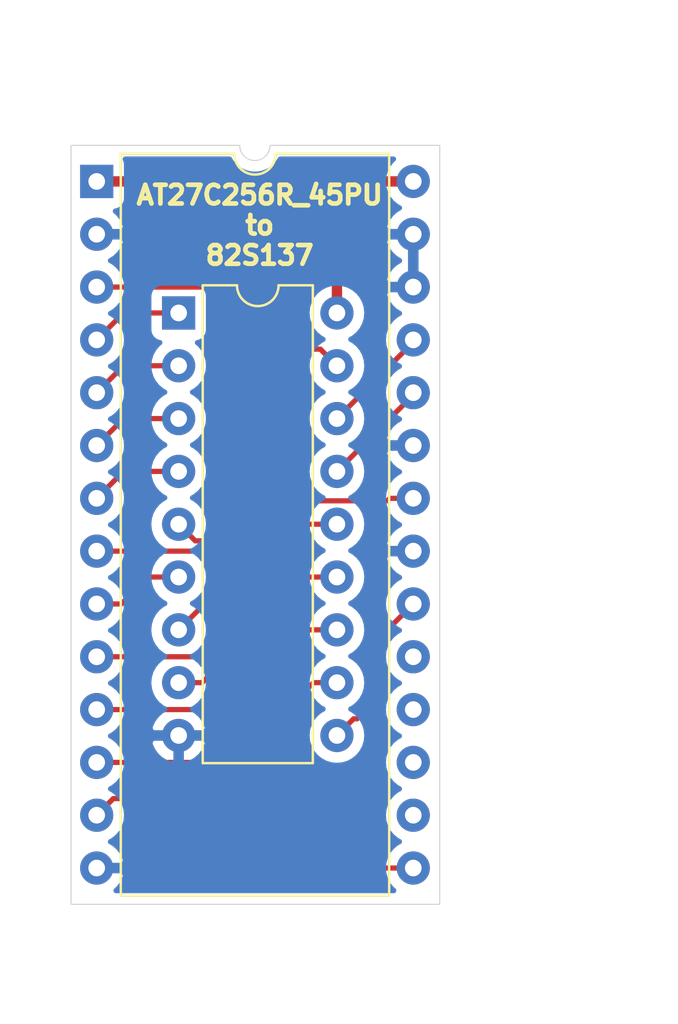
<source format=kicad_pcb>
(kicad_pcb (version 20171130) (host pcbnew "(5.1.4)-1")

  (general
    (thickness 1.6)
    (drawings 8)
    (tracks 68)
    (zones 0)
    (modules 2)
    (nets 23)
  )

  (page A4)
  (layers
    (0 F.Cu signal)
    (31 B.Cu signal)
    (32 B.Adhes user)
    (33 F.Adhes user)
    (34 B.Paste user)
    (35 F.Paste user)
    (36 B.SilkS user)
    (37 F.SilkS user)
    (38 B.Mask user)
    (39 F.Mask user)
    (40 Dwgs.User user)
    (41 Cmts.User user)
    (42 Eco1.User user)
    (43 Eco2.User user)
    (44 Edge.Cuts user)
    (45 Margin user)
    (46 B.CrtYd user)
    (47 F.CrtYd user)
    (48 B.Fab user)
    (49 F.Fab user)
  )

  (setup
    (last_trace_width 0.25)
    (trace_clearance 0.2)
    (zone_clearance 0.508)
    (zone_45_only no)
    (trace_min 0.2)
    (via_size 0.8)
    (via_drill 0.4)
    (via_min_size 0.4)
    (via_min_drill 0.3)
    (uvia_size 0.3)
    (uvia_drill 0.1)
    (uvias_allowed no)
    (uvia_min_size 0.2)
    (uvia_min_drill 0.1)
    (edge_width 0.05)
    (segment_width 0.2)
    (pcb_text_width 0.3)
    (pcb_text_size 1.5 1.5)
    (mod_edge_width 0.12)
    (mod_text_size 1 1)
    (mod_text_width 0.15)
    (pad_size 1.524 1.524)
    (pad_drill 0.762)
    (pad_to_mask_clearance 0.051)
    (solder_mask_min_width 0.25)
    (aux_axis_origin 0 0)
    (visible_elements FFFFFF7F)
    (pcbplotparams
      (layerselection 0x010fc_ffffffff)
      (usegerberextensions false)
      (usegerberattributes false)
      (usegerberadvancedattributes false)
      (creategerberjobfile false)
      (excludeedgelayer true)
      (linewidth 0.100000)
      (plotframeref false)
      (viasonmask false)
      (mode 1)
      (useauxorigin false)
      (hpglpennumber 1)
      (hpglpenspeed 20)
      (hpglpendiameter 15.000000)
      (psnegative false)
      (psa4output false)
      (plotreference true)
      (plotvalue true)
      (plotinvisibletext false)
      (padsonsilk false)
      (subtractmaskfromsilk false)
      (outputformat 1)
      (mirror false)
      (drillshape 0)
      (scaleselection 1)
      (outputdirectory "Gerbers/"))
  )

  (net 0 "")
  (net 1 +5V)
  (net 2 GND)
  (net 3 A7)
  (net 4 CE)
  (net 5 A8)
  (net 6 A2)
  (net 7 A9)
  (net 8 A1)
  (net 9 D0)
  (net 10 A0)
  (net 11 D1)
  (net 12 A3)
  (net 13 D2)
  (net 14 A4)
  (net 15 D3)
  (net 16 A5)
  (net 17 OE)
  (net 18 A6)
  (net 19 "Net-(U1-Pad19)")
  (net 20 "Net-(U1-Pad18)")
  (net 21 "Net-(U1-Pad17)")
  (net 22 "Net-(U1-Pad16)")

  (net_class Default "This is the default net class."
    (clearance 0.2)
    (trace_width 0.25)
    (via_dia 0.8)
    (via_drill 0.4)
    (uvia_dia 0.3)
    (uvia_drill 0.1)
    (add_net +5V)
    (add_net A0)
    (add_net A1)
    (add_net A2)
    (add_net A3)
    (add_net A4)
    (add_net A5)
    (add_net A6)
    (add_net A7)
    (add_net A8)
    (add_net A9)
    (add_net CE)
    (add_net D0)
    (add_net D1)
    (add_net D2)
    (add_net D3)
    (add_net GND)
    (add_net "Net-(U1-Pad16)")
    (add_net "Net-(U1-Pad17)")
    (add_net "Net-(U1-Pad18)")
    (add_net "Net-(U1-Pad19)")
    (add_net OE)
  )

  (module Housings_DIP:DIP-18_W7.62mm (layer F.Cu) (tedit 59C78D6B) (tstamp 6056B508)
    (at 162.68 83.56)
    (descr "18-lead though-hole mounted DIP package, row spacing 7.62 mm (300 mils)")
    (tags "THT DIP DIL PDIP 2.54mm 7.62mm 300mil")
    (path /6056BE81)
    (fp_text reference J1 (at 3.81 -2.33) (layer F.Fab)
      (effects (font (size 1 1) (thickness 0.15)))
    )
    (fp_text value Conn_02x09_Counter_Clockwise (at 3.81 22.65) (layer F.Fab)
      (effects (font (size 1 1) (thickness 0.15)))
    )
    (fp_text user %R (at 3.81 10.16) (layer F.Fab)
      (effects (font (size 1 1) (thickness 0.15)))
    )
    (fp_line (start 8.7 -1.55) (end -1.1 -1.55) (layer F.CrtYd) (width 0.05))
    (fp_line (start 8.7 21.85) (end 8.7 -1.55) (layer F.CrtYd) (width 0.05))
    (fp_line (start -1.1 21.85) (end 8.7 21.85) (layer F.CrtYd) (width 0.05))
    (fp_line (start -1.1 -1.55) (end -1.1 21.85) (layer F.CrtYd) (width 0.05))
    (fp_line (start 6.46 -1.33) (end 4.81 -1.33) (layer F.SilkS) (width 0.12))
    (fp_line (start 6.46 21.65) (end 6.46 -1.33) (layer F.SilkS) (width 0.12))
    (fp_line (start 1.16 21.65) (end 6.46 21.65) (layer F.SilkS) (width 0.12))
    (fp_line (start 1.16 -1.33) (end 1.16 21.65) (layer F.SilkS) (width 0.12))
    (fp_line (start 2.81 -1.33) (end 1.16 -1.33) (layer F.SilkS) (width 0.12))
    (fp_line (start 0.635 -0.27) (end 1.635 -1.27) (layer F.Fab) (width 0.1))
    (fp_line (start 0.635 21.59) (end 0.635 -0.27) (layer F.Fab) (width 0.1))
    (fp_line (start 6.985 21.59) (end 0.635 21.59) (layer F.Fab) (width 0.1))
    (fp_line (start 6.985 -1.27) (end 6.985 21.59) (layer F.Fab) (width 0.1))
    (fp_line (start 1.635 -1.27) (end 6.985 -1.27) (layer F.Fab) (width 0.1))
    (fp_arc (start 3.81 -1.33) (end 2.81 -1.33) (angle -180) (layer F.SilkS) (width 0.12))
    (pad 18 thru_hole oval (at 7.62 0) (size 1.6 1.6) (drill 0.8) (layers *.Cu *.Mask)
      (net 1 +5V))
    (pad 9 thru_hole oval (at 0 20.32) (size 1.6 1.6) (drill 0.8) (layers *.Cu *.Mask)
      (net 2 GND))
    (pad 17 thru_hole oval (at 7.62 2.54) (size 1.6 1.6) (drill 0.8) (layers *.Cu *.Mask)
      (net 3 A7))
    (pad 8 thru_hole oval (at 0 17.78) (size 1.6 1.6) (drill 0.8) (layers *.Cu *.Mask)
      (net 17 OE))
    (pad 16 thru_hole oval (at 7.62 5.08) (size 1.6 1.6) (drill 0.8) (layers *.Cu *.Mask)
      (net 5 A8))
    (pad 7 thru_hole oval (at 0 15.24) (size 1.6 1.6) (drill 0.8) (layers *.Cu *.Mask)
      (net 6 A2))
    (pad 15 thru_hole oval (at 7.62 7.62) (size 1.6 1.6) (drill 0.8) (layers *.Cu *.Mask)
      (net 7 A9))
    (pad 6 thru_hole oval (at 0 12.7) (size 1.6 1.6) (drill 0.8) (layers *.Cu *.Mask)
      (net 8 A1))
    (pad 14 thru_hole oval (at 7.62 10.16) (size 1.6 1.6) (drill 0.8) (layers *.Cu *.Mask)
      (net 9 D0))
    (pad 5 thru_hole oval (at 0 10.16) (size 1.6 1.6) (drill 0.8) (layers *.Cu *.Mask)
      (net 10 A0))
    (pad 13 thru_hole oval (at 7.62 12.7) (size 1.6 1.6) (drill 0.8) (layers *.Cu *.Mask)
      (net 11 D1))
    (pad 4 thru_hole oval (at 0 7.62) (size 1.6 1.6) (drill 0.8) (layers *.Cu *.Mask)
      (net 12 A3))
    (pad 12 thru_hole oval (at 7.62 15.24) (size 1.6 1.6) (drill 0.8) (layers *.Cu *.Mask)
      (net 13 D2))
    (pad 3 thru_hole oval (at 0 5.08) (size 1.6 1.6) (drill 0.8) (layers *.Cu *.Mask)
      (net 14 A4))
    (pad 11 thru_hole oval (at 7.62 17.78) (size 1.6 1.6) (drill 0.8) (layers *.Cu *.Mask)
      (net 15 D3))
    (pad 2 thru_hole oval (at 0 2.54) (size 1.6 1.6) (drill 0.8) (layers *.Cu *.Mask)
      (net 16 A5))
    (pad 10 thru_hole oval (at 7.62 20.32) (size 1.6 1.6) (drill 0.8) (layers *.Cu *.Mask)
      (net 4 CE))
    (pad 1 thru_hole rect (at 0 0) (size 1.6 1.6) (drill 0.8) (layers *.Cu *.Mask)
      (net 18 A6))
    (model ${KISYS3DMOD}/Housings_DIP.3dshapes/DIP-18_W7.62mm.wrl
      (at (xyz 0 0 0))
      (scale (xyz 1 1 1))
      (rotate (xyz 0 0 0))
    )
  )

  (module Housings_DIP:DIP-28_W15.24mm (layer F.Cu) (tedit 59C78D6C) (tstamp 6056B538)
    (at 158.735001 77.235001)
    (descr "28-lead though-hole mounted DIP package, row spacing 15.24 mm (600 mils)")
    (tags "THT DIP DIL PDIP 2.54mm 15.24mm 600mil")
    (path /6056AD92)
    (fp_text reference U1 (at 7.62 -2.33) (layer F.Fab)
      (effects (font (size 1 1) (thickness 0.15)))
    )
    (fp_text value 27C256 (at 7.62 35.35) (layer F.Fab)
      (effects (font (size 1 1) (thickness 0.15)))
    )
    (fp_text user %R (at 7.62 16.51) (layer F.Fab)
      (effects (font (size 1 1) (thickness 0.15)))
    )
    (fp_line (start 16.3 -1.55) (end -1.05 -1.55) (layer F.CrtYd) (width 0.05))
    (fp_line (start 16.3 34.55) (end 16.3 -1.55) (layer F.CrtYd) (width 0.05))
    (fp_line (start -1.05 34.55) (end 16.3 34.55) (layer F.CrtYd) (width 0.05))
    (fp_line (start -1.05 -1.55) (end -1.05 34.55) (layer F.CrtYd) (width 0.05))
    (fp_line (start 14.08 -1.33) (end 8.62 -1.33) (layer F.SilkS) (width 0.12))
    (fp_line (start 14.08 34.35) (end 14.08 -1.33) (layer F.SilkS) (width 0.12))
    (fp_line (start 1.16 34.35) (end 14.08 34.35) (layer F.SilkS) (width 0.12))
    (fp_line (start 1.16 -1.33) (end 1.16 34.35) (layer F.SilkS) (width 0.12))
    (fp_line (start 6.62 -1.33) (end 1.16 -1.33) (layer F.SilkS) (width 0.12))
    (fp_line (start 0.255 -0.27) (end 1.255 -1.27) (layer F.Fab) (width 0.1))
    (fp_line (start 0.255 34.29) (end 0.255 -0.27) (layer F.Fab) (width 0.1))
    (fp_line (start 14.985 34.29) (end 0.255 34.29) (layer F.Fab) (width 0.1))
    (fp_line (start 14.985 -1.27) (end 14.985 34.29) (layer F.Fab) (width 0.1))
    (fp_line (start 1.255 -1.27) (end 14.985 -1.27) (layer F.Fab) (width 0.1))
    (fp_arc (start 7.62 -1.33) (end 6.62 -1.33) (angle -180) (layer F.SilkS) (width 0.12))
    (pad 28 thru_hole oval (at 15.24 0) (size 1.6 1.6) (drill 0.8) (layers *.Cu *.Mask)
      (net 1 +5V))
    (pad 14 thru_hole oval (at 0 33.02) (size 1.6 1.6) (drill 0.8) (layers *.Cu *.Mask)
      (net 2 GND))
    (pad 27 thru_hole oval (at 15.24 2.54) (size 1.6 1.6) (drill 0.8) (layers *.Cu *.Mask)
      (net 2 GND))
    (pad 13 thru_hole oval (at 0 30.48) (size 1.6 1.6) (drill 0.8) (layers *.Cu *.Mask)
      (net 13 D2))
    (pad 26 thru_hole oval (at 15.24 5.08) (size 1.6 1.6) (drill 0.8) (layers *.Cu *.Mask)
      (net 2 GND))
    (pad 12 thru_hole oval (at 0 27.94) (size 1.6 1.6) (drill 0.8) (layers *.Cu *.Mask)
      (net 11 D1))
    (pad 25 thru_hole oval (at 15.24 7.62) (size 1.6 1.6) (drill 0.8) (layers *.Cu *.Mask)
      (net 5 A8))
    (pad 11 thru_hole oval (at 0 25.4) (size 1.6 1.6) (drill 0.8) (layers *.Cu *.Mask)
      (net 9 D0))
    (pad 24 thru_hole oval (at 15.24 10.16) (size 1.6 1.6) (drill 0.8) (layers *.Cu *.Mask)
      (net 7 A9))
    (pad 10 thru_hole oval (at 0 22.86) (size 1.6 1.6) (drill 0.8) (layers *.Cu *.Mask)
      (net 10 A0))
    (pad 23 thru_hole oval (at 15.24 12.7) (size 1.6 1.6) (drill 0.8) (layers *.Cu *.Mask)
      (net 2 GND))
    (pad 9 thru_hole oval (at 0 20.32) (size 1.6 1.6) (drill 0.8) (layers *.Cu *.Mask)
      (net 8 A1))
    (pad 22 thru_hole oval (at 15.24 15.24) (size 1.6 1.6) (drill 0.8) (layers *.Cu *.Mask)
      (net 17 OE))
    (pad 8 thru_hole oval (at 0 17.78) (size 1.6 1.6) (drill 0.8) (layers *.Cu *.Mask)
      (net 6 A2))
    (pad 21 thru_hole oval (at 15.24 17.78) (size 1.6 1.6) (drill 0.8) (layers *.Cu *.Mask)
      (net 2 GND))
    (pad 7 thru_hole oval (at 0 15.24) (size 1.6 1.6) (drill 0.8) (layers *.Cu *.Mask)
      (net 12 A3))
    (pad 20 thru_hole oval (at 15.24 20.32) (size 1.6 1.6) (drill 0.8) (layers *.Cu *.Mask)
      (net 4 CE))
    (pad 6 thru_hole oval (at 0 12.7) (size 1.6 1.6) (drill 0.8) (layers *.Cu *.Mask)
      (net 14 A4))
    (pad 19 thru_hole oval (at 15.24 22.86) (size 1.6 1.6) (drill 0.8) (layers *.Cu *.Mask)
      (net 19 "Net-(U1-Pad19)"))
    (pad 5 thru_hole oval (at 0 10.16) (size 1.6 1.6) (drill 0.8) (layers *.Cu *.Mask)
      (net 16 A5))
    (pad 18 thru_hole oval (at 15.24 25.4) (size 1.6 1.6) (drill 0.8) (layers *.Cu *.Mask)
      (net 20 "Net-(U1-Pad18)"))
    (pad 4 thru_hole oval (at 0 7.62) (size 1.6 1.6) (drill 0.8) (layers *.Cu *.Mask)
      (net 18 A6))
    (pad 17 thru_hole oval (at 15.24 27.94) (size 1.6 1.6) (drill 0.8) (layers *.Cu *.Mask)
      (net 21 "Net-(U1-Pad17)"))
    (pad 3 thru_hole oval (at 0 5.08) (size 1.6 1.6) (drill 0.8) (layers *.Cu *.Mask)
      (net 3 A7))
    (pad 16 thru_hole oval (at 15.24 30.48) (size 1.6 1.6) (drill 0.8) (layers *.Cu *.Mask)
      (net 22 "Net-(U1-Pad16)"))
    (pad 2 thru_hole oval (at 0 2.54) (size 1.6 1.6) (drill 0.8) (layers *.Cu *.Mask)
      (net 2 GND))
    (pad 15 thru_hole oval (at 15.24 33.02) (size 1.6 1.6) (drill 0.8) (layers *.Cu *.Mask)
      (net 15 D3))
    (pad 1 thru_hole rect (at 0 0) (size 1.6 1.6) (drill 0.8) (layers *.Cu *.Mask)
      (net 1 +5V))
    (model ${KISYS3DMOD}/Housings_DIP.3dshapes/DIP-28_W15.24mm.wrl
      (at (xyz 0 0 0))
      (scale (xyz 1 1 1))
      (rotate (xyz 0 0 0))
    )
  )

  (gr_line (start 175.25 75.5) (end 167.08 75.5) (layer Edge.Cuts) (width 0.05) (tstamp 6056B92B))
  (gr_arc (start 166.35 75.5) (end 165.62 75.5) (angle -90) (layer Edge.Cuts) (width 0.05) (tstamp 6056B91F))
  (gr_arc (start 166.35 75.5) (end 166.35 76.23) (angle -90) (layer Edge.Cuts) (width 0.05))
  (gr_line (start 157.5 75.5) (end 157.5 112) (layer Edge.Cuts) (width 0.05) (tstamp 6056B91C))
  (gr_line (start 165.62 75.5) (end 157.5 75.5) (layer Edge.Cuts) (width 0.05))
  (gr_line (start 175.25 112) (end 175.25 75.5) (layer Edge.Cuts) (width 0.05))
  (gr_line (start 157.5 112) (end 175.25 112) (layer Edge.Cuts) (width 0.05))
  (gr_text "AT27C256R_45PU\nto\n82S137" (at 166.58 79.34) (layer F.SilkS)
    (effects (font (size 0.9 0.9) (thickness 0.225)))
  )

  (segment (start 170.3 78.82) (end 171.884999 77.235001) (width 0.5) (layer F.Cu) (net 1))
  (segment (start 170.3 83.56) (end 170.3 78.82) (width 0.5) (layer F.Cu) (net 1))
  (segment (start 173.975001 77.235001) (end 171.884999 77.235001) (width 0.5) (layer F.Cu) (net 1))
  (segment (start 171.884999 77.235001) (end 158.735001 77.235001) (width 0.5) (layer F.Cu) (net 1))
  (segment (start 169.500001 85.300001) (end 167.670001 85.300001) (width 0.25) (layer F.Cu) (net 3))
  (segment (start 170.3 86.1) (end 169.500001 85.300001) (width 0.25) (layer F.Cu) (net 3))
  (segment (start 164.685001 82.315001) (end 165.395 83.025) (width 0.25) (layer F.Cu) (net 3))
  (segment (start 158.735001 82.315001) (end 164.685001 82.315001) (width 0.25) (layer F.Cu) (net 3))
  (segment (start 167.670001 85.300001) (end 165.395 83.025) (width 0.25) (layer F.Cu) (net 3))
  (segment (start 171.099999 103.080001) (end 171.269999 103.080001) (width 0.25) (layer F.Cu) (net 4))
  (segment (start 170.3 103.88) (end 171.099999 103.080001) (width 0.25) (layer F.Cu) (net 4))
  (segment (start 171.269999 103.080001) (end 172.07 102.28) (width 0.25) (layer F.Cu) (net 4))
  (segment (start 172.07 99.460002) (end 173.975001 97.555001) (width 0.25) (layer F.Cu) (net 4))
  (segment (start 172.07 102.28) (end 172.07 99.460002) (width 0.25) (layer F.Cu) (net 4))
  (segment (start 173.975001 84.964999) (end 173.975001 84.855001) (width 0.25) (layer F.Cu) (net 5))
  (segment (start 170.3 88.64) (end 173.975001 84.964999) (width 0.25) (layer F.Cu) (net 5))
  (segment (start 163.725001 95.015001) (end 158.735001 95.015001) (width 0.25) (layer F.Cu) (net 6))
  (segment (start 164.24 95.53) (end 163.725001 95.015001) (width 0.25) (layer F.Cu) (net 6))
  (segment (start 162.68 98.8) (end 164.24 97.24) (width 0.25) (layer F.Cu) (net 6))
  (segment (start 164.24 97.24) (end 164.24 95.53) (width 0.25) (layer F.Cu) (net 6))
  (segment (start 173.975001 87.504999) (end 173.975001 87.395001) (width 0.25) (layer F.Cu) (net 7))
  (segment (start 170.3 91.18) (end 173.975001 87.504999) (width 0.25) (layer F.Cu) (net 7))
  (segment (start 158.735001 97.555001) (end 159.924999 97.555001) (width 0.25) (layer F.Cu) (net 8))
  (segment (start 161.22 96.26) (end 162.68 96.26) (width 0.25) (layer F.Cu) (net 8))
  (segment (start 159.924999 97.555001) (end 161.22 96.26) (width 0.25) (layer F.Cu) (net 8))
  (segment (start 168.32 93.72) (end 170.3 93.72) (width 0.25) (layer F.Cu) (net 9))
  (segment (start 167.33 94.71) (end 168.32 93.72) (width 0.25) (layer F.Cu) (net 9))
  (segment (start 167.33 98.88) (end 167.33 94.71) (width 0.25) (layer F.Cu) (net 9))
  (segment (start 158.735001 102.635001) (end 163.574999 102.635001) (width 0.25) (layer F.Cu) (net 9))
  (segment (start 163.574999 102.635001) (end 167.33 98.88) (width 0.25) (layer F.Cu) (net 9))
  (segment (start 163.894999 100.095001) (end 158.735001 100.095001) (width 0.25) (layer F.Cu) (net 10))
  (segment (start 164.72 99.27) (end 163.894999 100.095001) (width 0.25) (layer F.Cu) (net 10))
  (segment (start 164.72 95.37359) (end 164.72 99.27) (width 0.25) (layer F.Cu) (net 10))
  (segment (start 163.866409 94.519999) (end 164.72 95.37359) (width 0.25) (layer F.Cu) (net 10))
  (segment (start 162.68 93.72) (end 163.479999 94.519999) (width 0.25) (layer F.Cu) (net 10))
  (segment (start 163.479999 94.519999) (end 163.866409 94.519999) (width 0.25) (layer F.Cu) (net 10))
  (segment (start 168.48 96.26) (end 170.3 96.26) (width 0.25) (layer F.Cu) (net 11))
  (segment (start 167.78001 96.95999) (end 168.48 96.26) (width 0.25) (layer F.Cu) (net 11))
  (segment (start 167.78001 101.08999) (end 167.78001 96.95999) (width 0.25) (layer F.Cu) (net 11))
  (segment (start 158.735001 105.175001) (end 163.694999 105.175001) (width 0.25) (layer F.Cu) (net 11))
  (segment (start 163.694999 105.175001) (end 167.78001 101.08999) (width 0.25) (layer F.Cu) (net 11))
  (segment (start 160.030002 91.18) (end 158.735001 92.475001) (width 0.25) (layer F.Cu) (net 12))
  (segment (start 162.68 91.18) (end 160.030002 91.18) (width 0.25) (layer F.Cu) (net 12))
  (segment (start 168.89 98.8) (end 170.3 98.8) (width 0.25) (layer F.Cu) (net 13))
  (segment (start 168.23002 99.45998) (end 168.89 98.8) (width 0.25) (layer F.Cu) (net 13))
  (segment (start 168.23002 101.27639) (end 168.23002 99.45998) (width 0.25) (layer F.Cu) (net 13))
  (segment (start 162.591408 106.915002) (end 168.23002 101.27639) (width 0.25) (layer F.Cu) (net 13))
  (segment (start 158.735001 107.715001) (end 159.535 106.915002) (width 0.25) (layer F.Cu) (net 13))
  (segment (start 159.535 106.915002) (end 162.591408 106.915002) (width 0.25) (layer F.Cu) (net 13))
  (segment (start 160.030002 88.64) (end 158.735001 89.935001) (width 0.25) (layer F.Cu) (net 14))
  (segment (start 162.68 88.64) (end 160.030002 88.64) (width 0.25) (layer F.Cu) (net 14))
  (segment (start 169.16863 101.34) (end 168.86 101.64863) (width 0.25) (layer F.Cu) (net 15))
  (segment (start 170.3 101.34) (end 169.16863 101.34) (width 0.25) (layer F.Cu) (net 15))
  (segment (start 168.86 101.64863) (end 168.86 107.22) (width 0.25) (layer F.Cu) (net 15))
  (segment (start 171.895001 110.255001) (end 173.975001 110.255001) (width 0.25) (layer F.Cu) (net 15))
  (segment (start 168.86 107.22) (end 171.895001 110.255001) (width 0.25) (layer F.Cu) (net 15))
  (segment (start 160.030002 86.1) (end 158.735001 87.395001) (width 0.25) (layer F.Cu) (net 16))
  (segment (start 162.68 86.1) (end 160.030002 86.1) (width 0.25) (layer F.Cu) (net 16))
  (segment (start 163.81137 101.34) (end 165.7 99.45137) (width 0.25) (layer F.Cu) (net 17))
  (segment (start 162.68 101.34) (end 163.81137 101.34) (width 0.25) (layer F.Cu) (net 17))
  (segment (start 165.7 99.45137) (end 165.7 94.03) (width 0.25) (layer F.Cu) (net 17))
  (segment (start 167.135001 92.594999) (end 166.54 93.19) (width 0.25) (layer F.Cu) (net 17))
  (segment (start 172.723633 92.594999) (end 167.135001 92.594999) (width 0.25) (layer F.Cu) (net 17))
  (segment (start 172.843631 92.475001) (end 172.723633 92.594999) (width 0.25) (layer F.Cu) (net 17))
  (segment (start 173.975001 92.475001) (end 172.843631 92.475001) (width 0.25) (layer F.Cu) (net 17))
  (segment (start 165.7 94.03) (end 166.54 93.19) (width 0.25) (layer F.Cu) (net 17))
  (segment (start 160.030002 83.56) (end 158.735001 84.855001) (width 0.25) (layer F.Cu) (net 18))
  (segment (start 162.68 83.56) (end 160.030002 83.56) (width 0.25) (layer F.Cu) (net 18))

  (zone (net 2) (net_name GND) (layer B.Cu) (tstamp 6056B930) (hatch edge 0.508)
    (connect_pads (clearance 0.508))
    (min_thickness 0.254)
    (fill yes (arc_segments 32) (thermal_gap 0.508) (thermal_bridge_width 0.508))
    (polygon
      (pts
        (xy 186.72 117.78) (xy 154.08 115.92) (xy 155.63 68.51) (xy 182.83 72.09)
      )
    )
    (filled_polygon
      (pts
        (xy 165.164235 76.222123) (xy 165.197672 76.271695) (xy 165.230438 76.321768) (xy 165.236263 76.328909) (xy 165.327077 76.438685)
        (xy 165.369494 76.480807) (xy 165.411376 76.523576) (xy 165.418477 76.52945) (xy 165.528884 76.619496) (xy 165.578721 76.652608)
        (xy 165.628068 76.686396) (xy 165.636174 76.690779) (xy 165.761969 76.757665) (xy 165.817261 76.780454) (xy 165.872257 76.804026)
        (xy 165.88106 76.806751) (xy 166.017451 76.847929) (xy 166.076117 76.859545) (xy 166.134638 76.871984) (xy 166.143803 76.872947)
        (xy 166.285594 76.88685) (xy 166.31444 76.88685) (xy 166.343116 76.889964) (xy 166.352331 76.889996) (xy 166.357427 76.889978)
        (xy 166.386095 76.887065) (xy 166.414912 76.887266) (xy 166.424083 76.886367) (xy 166.565774 76.871475) (xy 166.62439 76.859443)
        (xy 166.683134 76.848237) (xy 166.691956 76.845573) (xy 166.828055 76.803443) (xy 166.883173 76.780273) (xy 166.938662 76.757855)
        (xy 166.946798 76.753528) (xy 167.072123 76.685765) (xy 167.121695 76.652328) (xy 167.171768 76.619562) (xy 167.178909 76.613737)
        (xy 167.288685 76.522923) (xy 167.330807 76.480506) (xy 167.373576 76.438624) (xy 167.37945 76.431523) (xy 167.469496 76.321116)
        (xy 167.502608 76.271279) (xy 167.536396 76.221932) (xy 167.540779 76.213826) (xy 167.569399 76.16) (xy 173.02289 76.16)
        (xy 172.955393 76.215393) (xy 172.776069 76.4339) (xy 172.642819 76.683193) (xy 172.560765 76.953692) (xy 172.533058 77.235001)
        (xy 172.560765 77.51631) (xy 172.642819 77.786809) (xy 172.776069 78.036102) (xy 172.955393 78.254609) (xy 173.1739 78.433933)
        (xy 173.311683 78.50758) (xy 173.11987 78.622616) (xy 172.911482 78.811587) (xy 172.743964 79.037581) (xy 172.623755 79.291914)
        (xy 172.583097 79.425962) (xy 172.705086 79.648001) (xy 173.848001 79.648001) (xy 173.848001 79.628001) (xy 174.102001 79.628001)
        (xy 174.102001 79.648001) (xy 174.122001 79.648001) (xy 174.122001 79.902001) (xy 174.102001 79.902001) (xy 174.102001 82.188001)
        (xy 174.122001 82.188001) (xy 174.122001 82.442001) (xy 174.102001 82.442001) (xy 174.102001 82.462001) (xy 173.848001 82.462001)
        (xy 173.848001 82.442001) (xy 172.705086 82.442001) (xy 172.583097 82.66404) (xy 172.623755 82.798088) (xy 172.743964 83.052421)
        (xy 172.911482 83.278415) (xy 173.11987 83.467386) (xy 173.311683 83.582422) (xy 173.1739 83.656069) (xy 172.955393 83.835393)
        (xy 172.776069 84.0539) (xy 172.642819 84.303193) (xy 172.560765 84.573692) (xy 172.533058 84.855001) (xy 172.560765 85.13631)
        (xy 172.642819 85.406809) (xy 172.776069 85.656102) (xy 172.955393 85.874609) (xy 173.1739 86.053933) (xy 173.306859 86.125001)
        (xy 173.1739 86.196069) (xy 172.955393 86.375393) (xy 172.776069 86.5939) (xy 172.642819 86.843193) (xy 172.560765 87.113692)
        (xy 172.533058 87.395001) (xy 172.560765 87.67631) (xy 172.642819 87.946809) (xy 172.776069 88.196102) (xy 172.955393 88.414609)
        (xy 173.1739 88.593933) (xy 173.311683 88.66758) (xy 173.11987 88.782616) (xy 172.911482 88.971587) (xy 172.743964 89.197581)
        (xy 172.623755 89.451914) (xy 172.583097 89.585962) (xy 172.705086 89.808001) (xy 173.848001 89.808001) (xy 173.848001 89.788001)
        (xy 174.102001 89.788001) (xy 174.102001 89.808001) (xy 174.122001 89.808001) (xy 174.122001 90.062001) (xy 174.102001 90.062001)
        (xy 174.102001 90.082001) (xy 173.848001 90.082001) (xy 173.848001 90.062001) (xy 172.705086 90.062001) (xy 172.583097 90.28404)
        (xy 172.623755 90.418088) (xy 172.743964 90.672421) (xy 172.911482 90.898415) (xy 173.11987 91.087386) (xy 173.311683 91.202422)
        (xy 173.1739 91.276069) (xy 172.955393 91.455393) (xy 172.776069 91.6739) (xy 172.642819 91.923193) (xy 172.560765 92.193692)
        (xy 172.533058 92.475001) (xy 172.560765 92.75631) (xy 172.642819 93.026809) (xy 172.776069 93.276102) (xy 172.955393 93.494609)
        (xy 173.1739 93.673933) (xy 173.311683 93.74758) (xy 173.11987 93.862616) (xy 172.911482 94.051587) (xy 172.743964 94.277581)
        (xy 172.623755 94.531914) (xy 172.583097 94.665962) (xy 172.705086 94.888001) (xy 173.848001 94.888001) (xy 173.848001 94.868001)
        (xy 174.102001 94.868001) (xy 174.102001 94.888001) (xy 174.122001 94.888001) (xy 174.122001 95.142001) (xy 174.102001 95.142001)
        (xy 174.102001 95.162001) (xy 173.848001 95.162001) (xy 173.848001 95.142001) (xy 172.705086 95.142001) (xy 172.583097 95.36404)
        (xy 172.623755 95.498088) (xy 172.743964 95.752421) (xy 172.911482 95.978415) (xy 173.11987 96.167386) (xy 173.311683 96.282422)
        (xy 173.1739 96.356069) (xy 172.955393 96.535393) (xy 172.776069 96.7539) (xy 172.642819 97.003193) (xy 172.560765 97.273692)
        (xy 172.533058 97.555001) (xy 172.560765 97.83631) (xy 172.642819 98.106809) (xy 172.776069 98.356102) (xy 172.955393 98.574609)
        (xy 173.1739 98.753933) (xy 173.306859 98.825001) (xy 173.1739 98.896069) (xy 172.955393 99.075393) (xy 172.776069 99.2939)
        (xy 172.642819 99.543193) (xy 172.560765 99.813692) (xy 172.533058 100.095001) (xy 172.560765 100.37631) (xy 172.642819 100.646809)
        (xy 172.776069 100.896102) (xy 172.955393 101.114609) (xy 173.1739 101.293933) (xy 173.306859 101.365001) (xy 173.1739 101.436069)
        (xy 172.955393 101.615393) (xy 172.776069 101.8339) (xy 172.642819 102.083193) (xy 172.560765 102.353692) (xy 172.533058 102.635001)
        (xy 172.560765 102.91631) (xy 172.642819 103.186809) (xy 172.776069 103.436102) (xy 172.955393 103.654609) (xy 173.1739 103.833933)
        (xy 173.306859 103.905001) (xy 173.1739 103.976069) (xy 172.955393 104.155393) (xy 172.776069 104.3739) (xy 172.642819 104.623193)
        (xy 172.560765 104.893692) (xy 172.533058 105.175001) (xy 172.560765 105.45631) (xy 172.642819 105.726809) (xy 172.776069 105.976102)
        (xy 172.955393 106.194609) (xy 173.1739 106.373933) (xy 173.306859 106.445001) (xy 173.1739 106.516069) (xy 172.955393 106.695393)
        (xy 172.776069 106.9139) (xy 172.642819 107.163193) (xy 172.560765 107.433692) (xy 172.533058 107.715001) (xy 172.560765 107.99631)
        (xy 172.642819 108.266809) (xy 172.776069 108.516102) (xy 172.955393 108.734609) (xy 173.1739 108.913933) (xy 173.306859 108.985001)
        (xy 173.1739 109.056069) (xy 172.955393 109.235393) (xy 172.776069 109.4539) (xy 172.642819 109.703193) (xy 172.560765 109.973692)
        (xy 172.533058 110.255001) (xy 172.560765 110.53631) (xy 172.642819 110.806809) (xy 172.776069 111.056102) (xy 172.955393 111.274609)
        (xy 173.035072 111.34) (xy 159.664442 111.34) (xy 159.79852 111.218415) (xy 159.966038 110.992421) (xy 160.086247 110.738088)
        (xy 160.126905 110.60404) (xy 160.004916 110.382001) (xy 158.862001 110.382001) (xy 158.862001 110.402001) (xy 158.608001 110.402001)
        (xy 158.608001 110.382001) (xy 158.588001 110.382001) (xy 158.588001 110.128001) (xy 158.608001 110.128001) (xy 158.608001 110.108001)
        (xy 158.862001 110.108001) (xy 158.862001 110.128001) (xy 160.004916 110.128001) (xy 160.126905 109.905962) (xy 160.086247 109.771914)
        (xy 159.966038 109.517581) (xy 159.79852 109.291587) (xy 159.590132 109.102616) (xy 159.398319 108.98758) (xy 159.536102 108.913933)
        (xy 159.754609 108.734609) (xy 159.933933 108.516102) (xy 160.067183 108.266809) (xy 160.149237 107.99631) (xy 160.176944 107.715001)
        (xy 160.149237 107.433692) (xy 160.067183 107.163193) (xy 159.933933 106.9139) (xy 159.754609 106.695393) (xy 159.536102 106.516069)
        (xy 159.403143 106.445001) (xy 159.536102 106.373933) (xy 159.754609 106.194609) (xy 159.933933 105.976102) (xy 160.067183 105.726809)
        (xy 160.149237 105.45631) (xy 160.176944 105.175001) (xy 160.149237 104.893692) (xy 160.067183 104.623193) (xy 159.933933 104.3739)
        (xy 159.815049 104.229039) (xy 161.288096 104.229039) (xy 161.328754 104.363087) (xy 161.448963 104.61742) (xy 161.616481 104.843414)
        (xy 161.824869 105.032385) (xy 162.066119 105.17707) (xy 162.33096 105.271909) (xy 162.553 105.150624) (xy 162.553 104.007)
        (xy 162.807 104.007) (xy 162.807 105.150624) (xy 163.02904 105.271909) (xy 163.293881 105.17707) (xy 163.535131 105.032385)
        (xy 163.743519 104.843414) (xy 163.911037 104.61742) (xy 164.031246 104.363087) (xy 164.071904 104.229039) (xy 163.949915 104.007)
        (xy 162.807 104.007) (xy 162.553 104.007) (xy 161.410085 104.007) (xy 161.288096 104.229039) (xy 159.815049 104.229039)
        (xy 159.754609 104.155393) (xy 159.536102 103.976069) (xy 159.403143 103.905001) (xy 159.536102 103.833933) (xy 159.754609 103.654609)
        (xy 159.933933 103.436102) (xy 160.067183 103.186809) (xy 160.149237 102.91631) (xy 160.176944 102.635001) (xy 160.149237 102.353692)
        (xy 160.067183 102.083193) (xy 159.933933 101.8339) (xy 159.754609 101.615393) (xy 159.536102 101.436069) (xy 159.403143 101.365001)
        (xy 159.536102 101.293933) (xy 159.754609 101.114609) (xy 159.933933 100.896102) (xy 160.067183 100.646809) (xy 160.149237 100.37631)
        (xy 160.176944 100.095001) (xy 160.149237 99.813692) (xy 160.067183 99.543193) (xy 159.933933 99.2939) (xy 159.754609 99.075393)
        (xy 159.536102 98.896069) (xy 159.403143 98.825001) (xy 159.536102 98.753933) (xy 159.754609 98.574609) (xy 159.933933 98.356102)
        (xy 160.067183 98.106809) (xy 160.149237 97.83631) (xy 160.176944 97.555001) (xy 160.149237 97.273692) (xy 160.067183 97.003193)
        (xy 159.933933 96.7539) (xy 159.754609 96.535393) (xy 159.536102 96.356069) (xy 159.403143 96.285001) (xy 159.536102 96.213933)
        (xy 159.754609 96.034609) (xy 159.933933 95.816102) (xy 160.067183 95.566809) (xy 160.149237 95.29631) (xy 160.176944 95.015001)
        (xy 160.149237 94.733692) (xy 160.067183 94.463193) (xy 159.933933 94.2139) (xy 159.754609 93.995393) (xy 159.536102 93.816069)
        (xy 159.403143 93.745001) (xy 159.536102 93.673933) (xy 159.754609 93.494609) (xy 159.933933 93.276102) (xy 160.067183 93.026809)
        (xy 160.149237 92.75631) (xy 160.176944 92.475001) (xy 160.149237 92.193692) (xy 160.067183 91.923193) (xy 159.933933 91.6739)
        (xy 159.754609 91.455393) (xy 159.536102 91.276069) (xy 159.403143 91.205001) (xy 159.536102 91.133933) (xy 159.754609 90.954609)
        (xy 159.933933 90.736102) (xy 160.067183 90.486809) (xy 160.149237 90.21631) (xy 160.176944 89.935001) (xy 160.149237 89.653692)
        (xy 160.067183 89.383193) (xy 159.933933 89.1339) (xy 159.754609 88.915393) (xy 159.536102 88.736069) (xy 159.403143 88.665001)
        (xy 159.536102 88.593933) (xy 159.754609 88.414609) (xy 159.933933 88.196102) (xy 160.067183 87.946809) (xy 160.149237 87.67631)
        (xy 160.176944 87.395001) (xy 160.149237 87.113692) (xy 160.067183 86.843193) (xy 159.933933 86.5939) (xy 159.754609 86.375393)
        (xy 159.536102 86.196069) (xy 159.403143 86.125001) (xy 159.449916 86.1) (xy 161.238057 86.1) (xy 161.265764 86.381309)
        (xy 161.347818 86.651808) (xy 161.481068 86.901101) (xy 161.660392 87.119608) (xy 161.878899 87.298932) (xy 162.011858 87.37)
        (xy 161.878899 87.441068) (xy 161.660392 87.620392) (xy 161.481068 87.838899) (xy 161.347818 88.088192) (xy 161.265764 88.358691)
        (xy 161.238057 88.64) (xy 161.265764 88.921309) (xy 161.347818 89.191808) (xy 161.481068 89.441101) (xy 161.660392 89.659608)
        (xy 161.878899 89.838932) (xy 162.011858 89.91) (xy 161.878899 89.981068) (xy 161.660392 90.160392) (xy 161.481068 90.378899)
        (xy 161.347818 90.628192) (xy 161.265764 90.898691) (xy 161.238057 91.18) (xy 161.265764 91.461309) (xy 161.347818 91.731808)
        (xy 161.481068 91.981101) (xy 161.660392 92.199608) (xy 161.878899 92.378932) (xy 162.011858 92.45) (xy 161.878899 92.521068)
        (xy 161.660392 92.700392) (xy 161.481068 92.918899) (xy 161.347818 93.168192) (xy 161.265764 93.438691) (xy 161.238057 93.72)
        (xy 161.265764 94.001309) (xy 161.347818 94.271808) (xy 161.481068 94.521101) (xy 161.660392 94.739608) (xy 161.878899 94.918932)
        (xy 162.011858 94.99) (xy 161.878899 95.061068) (xy 161.660392 95.240392) (xy 161.481068 95.458899) (xy 161.347818 95.708192)
        (xy 161.265764 95.978691) (xy 161.238057 96.26) (xy 161.265764 96.541309) (xy 161.347818 96.811808) (xy 161.481068 97.061101)
        (xy 161.660392 97.279608) (xy 161.878899 97.458932) (xy 162.011858 97.53) (xy 161.878899 97.601068) (xy 161.660392 97.780392)
        (xy 161.481068 97.998899) (xy 161.347818 98.248192) (xy 161.265764 98.518691) (xy 161.238057 98.8) (xy 161.265764 99.081309)
        (xy 161.347818 99.351808) (xy 161.481068 99.601101) (xy 161.660392 99.819608) (xy 161.878899 99.998932) (xy 162.011858 100.07)
        (xy 161.878899 100.141068) (xy 161.660392 100.320392) (xy 161.481068 100.538899) (xy 161.347818 100.788192) (xy 161.265764 101.058691)
        (xy 161.238057 101.34) (xy 161.265764 101.621309) (xy 161.347818 101.891808) (xy 161.481068 102.141101) (xy 161.660392 102.359608)
        (xy 161.878899 102.538932) (xy 162.016682 102.612579) (xy 161.824869 102.727615) (xy 161.616481 102.916586) (xy 161.448963 103.14258)
        (xy 161.328754 103.396913) (xy 161.288096 103.530961) (xy 161.410085 103.753) (xy 162.553 103.753) (xy 162.553 103.733)
        (xy 162.807 103.733) (xy 162.807 103.753) (xy 163.949915 103.753) (xy 164.071904 103.530961) (xy 164.031246 103.396913)
        (xy 163.911037 103.14258) (xy 163.743519 102.916586) (xy 163.535131 102.727615) (xy 163.343318 102.612579) (xy 163.481101 102.538932)
        (xy 163.699608 102.359608) (xy 163.878932 102.141101) (xy 164.012182 101.891808) (xy 164.094236 101.621309) (xy 164.121943 101.34)
        (xy 164.094236 101.058691) (xy 164.012182 100.788192) (xy 163.878932 100.538899) (xy 163.699608 100.320392) (xy 163.481101 100.141068)
        (xy 163.348142 100.07) (xy 163.481101 99.998932) (xy 163.699608 99.819608) (xy 163.878932 99.601101) (xy 164.012182 99.351808)
        (xy 164.094236 99.081309) (xy 164.121943 98.8) (xy 164.094236 98.518691) (xy 164.012182 98.248192) (xy 163.878932 97.998899)
        (xy 163.699608 97.780392) (xy 163.481101 97.601068) (xy 163.348142 97.53) (xy 163.481101 97.458932) (xy 163.699608 97.279608)
        (xy 163.878932 97.061101) (xy 164.012182 96.811808) (xy 164.094236 96.541309) (xy 164.121943 96.26) (xy 164.094236 95.978691)
        (xy 164.012182 95.708192) (xy 163.878932 95.458899) (xy 163.699608 95.240392) (xy 163.481101 95.061068) (xy 163.348142 94.99)
        (xy 163.481101 94.918932) (xy 163.699608 94.739608) (xy 163.878932 94.521101) (xy 164.012182 94.271808) (xy 164.094236 94.001309)
        (xy 164.121943 93.72) (xy 164.094236 93.438691) (xy 164.012182 93.168192) (xy 163.878932 92.918899) (xy 163.699608 92.700392)
        (xy 163.481101 92.521068) (xy 163.348142 92.45) (xy 163.481101 92.378932) (xy 163.699608 92.199608) (xy 163.878932 91.981101)
        (xy 164.012182 91.731808) (xy 164.094236 91.461309) (xy 164.121943 91.18) (xy 164.094236 90.898691) (xy 164.012182 90.628192)
        (xy 163.878932 90.378899) (xy 163.699608 90.160392) (xy 163.481101 89.981068) (xy 163.348142 89.91) (xy 163.481101 89.838932)
        (xy 163.699608 89.659608) (xy 163.878932 89.441101) (xy 164.012182 89.191808) (xy 164.094236 88.921309) (xy 164.121943 88.64)
        (xy 164.094236 88.358691) (xy 164.012182 88.088192) (xy 163.878932 87.838899) (xy 163.699608 87.620392) (xy 163.481101 87.441068)
        (xy 163.348142 87.37) (xy 163.481101 87.298932) (xy 163.699608 87.119608) (xy 163.878932 86.901101) (xy 164.012182 86.651808)
        (xy 164.094236 86.381309) (xy 164.121943 86.1) (xy 164.094236 85.818691) (xy 164.012182 85.548192) (xy 163.878932 85.298899)
        (xy 163.699608 85.080392) (xy 163.586518 84.987581) (xy 163.604482 84.985812) (xy 163.72418 84.949502) (xy 163.834494 84.890537)
        (xy 163.931185 84.811185) (xy 164.010537 84.714494) (xy 164.069502 84.60418) (xy 164.105812 84.484482) (xy 164.118072 84.36)
        (xy 164.118072 83.56) (xy 168.858057 83.56) (xy 168.885764 83.841309) (xy 168.967818 84.111808) (xy 169.101068 84.361101)
        (xy 169.280392 84.579608) (xy 169.498899 84.758932) (xy 169.631858 84.83) (xy 169.498899 84.901068) (xy 169.280392 85.080392)
        (xy 169.101068 85.298899) (xy 168.967818 85.548192) (xy 168.885764 85.818691) (xy 168.858057 86.1) (xy 168.885764 86.381309)
        (xy 168.967818 86.651808) (xy 169.101068 86.901101) (xy 169.280392 87.119608) (xy 169.498899 87.298932) (xy 169.631858 87.37)
        (xy 169.498899 87.441068) (xy 169.280392 87.620392) (xy 169.101068 87.838899) (xy 168.967818 88.088192) (xy 168.885764 88.358691)
        (xy 168.858057 88.64) (xy 168.885764 88.921309) (xy 168.967818 89.191808) (xy 169.101068 89.441101) (xy 169.280392 89.659608)
        (xy 169.498899 89.838932) (xy 169.631858 89.91) (xy 169.498899 89.981068) (xy 169.280392 90.160392) (xy 169.101068 90.378899)
        (xy 168.967818 90.628192) (xy 168.885764 90.898691) (xy 168.858057 91.18) (xy 168.885764 91.461309) (xy 168.967818 91.731808)
        (xy 169.101068 91.981101) (xy 169.280392 92.199608) (xy 169.498899 92.378932) (xy 169.631858 92.45) (xy 169.498899 92.521068)
        (xy 169.280392 92.700392) (xy 169.101068 92.918899) (xy 168.967818 93.168192) (xy 168.885764 93.438691) (xy 168.858057 93.72)
        (xy 168.885764 94.001309) (xy 168.967818 94.271808) (xy 169.101068 94.521101) (xy 169.280392 94.739608) (xy 169.498899 94.918932)
        (xy 169.631858 94.99) (xy 169.498899 95.061068) (xy 169.280392 95.240392) (xy 169.101068 95.458899) (xy 168.967818 95.708192)
        (xy 168.885764 95.978691) (xy 168.858057 96.26) (xy 168.885764 96.541309) (xy 168.967818 96.811808) (xy 169.101068 97.061101)
        (xy 169.280392 97.279608) (xy 169.498899 97.458932) (xy 169.631858 97.53) (xy 169.498899 97.601068) (xy 169.280392 97.780392)
        (xy 169.101068 97.998899) (xy 168.967818 98.248192) (xy 168.885764 98.518691) (xy 168.858057 98.8) (xy 168.885764 99.081309)
        (xy 168.967818 99.351808) (xy 169.101068 99.601101) (xy 169.280392 99.819608) (xy 169.498899 99.998932) (xy 169.631858 100.07)
        (xy 169.498899 100.141068) (xy 169.280392 100.320392) (xy 169.101068 100.538899) (xy 168.967818 100.788192) (xy 168.885764 101.058691)
        (xy 168.858057 101.34) (xy 168.885764 101.621309) (xy 168.967818 101.891808) (xy 169.101068 102.141101) (xy 169.280392 102.359608)
        (xy 169.498899 102.538932) (xy 169.631858 102.61) (xy 169.498899 102.681068) (xy 169.280392 102.860392) (xy 169.101068 103.078899)
        (xy 168.967818 103.328192) (xy 168.885764 103.598691) (xy 168.858057 103.88) (xy 168.885764 104.161309) (xy 168.967818 104.431808)
        (xy 169.101068 104.681101) (xy 169.280392 104.899608) (xy 169.498899 105.078932) (xy 169.748192 105.212182) (xy 170.018691 105.294236)
        (xy 170.229508 105.315) (xy 170.370492 105.315) (xy 170.581309 105.294236) (xy 170.851808 105.212182) (xy 171.101101 105.078932)
        (xy 171.319608 104.899608) (xy 171.498932 104.681101) (xy 171.632182 104.431808) (xy 171.714236 104.161309) (xy 171.741943 103.88)
        (xy 171.714236 103.598691) (xy 171.632182 103.328192) (xy 171.498932 103.078899) (xy 171.319608 102.860392) (xy 171.101101 102.681068)
        (xy 170.968142 102.61) (xy 171.101101 102.538932) (xy 171.319608 102.359608) (xy 171.498932 102.141101) (xy 171.632182 101.891808)
        (xy 171.714236 101.621309) (xy 171.741943 101.34) (xy 171.714236 101.058691) (xy 171.632182 100.788192) (xy 171.498932 100.538899)
        (xy 171.319608 100.320392) (xy 171.101101 100.141068) (xy 170.968142 100.07) (xy 171.101101 99.998932) (xy 171.319608 99.819608)
        (xy 171.498932 99.601101) (xy 171.632182 99.351808) (xy 171.714236 99.081309) (xy 171.741943 98.8) (xy 171.714236 98.518691)
        (xy 171.632182 98.248192) (xy 171.498932 97.998899) (xy 171.319608 97.780392) (xy 171.101101 97.601068) (xy 170.968142 97.53)
        (xy 171.101101 97.458932) (xy 171.319608 97.279608) (xy 171.498932 97.061101) (xy 171.632182 96.811808) (xy 171.714236 96.541309)
        (xy 171.741943 96.26) (xy 171.714236 95.978691) (xy 171.632182 95.708192) (xy 171.498932 95.458899) (xy 171.319608 95.240392)
        (xy 171.101101 95.061068) (xy 170.968142 94.99) (xy 171.101101 94.918932) (xy 171.319608 94.739608) (xy 171.498932 94.521101)
        (xy 171.632182 94.271808) (xy 171.714236 94.001309) (xy 171.741943 93.72) (xy 171.714236 93.438691) (xy 171.632182 93.168192)
        (xy 171.498932 92.918899) (xy 171.319608 92.700392) (xy 171.101101 92.521068) (xy 170.968142 92.45) (xy 171.101101 92.378932)
        (xy 171.319608 92.199608) (xy 171.498932 91.981101) (xy 171.632182 91.731808) (xy 171.714236 91.461309) (xy 171.741943 91.18)
        (xy 171.714236 90.898691) (xy 171.632182 90.628192) (xy 171.498932 90.378899) (xy 171.319608 90.160392) (xy 171.101101 89.981068)
        (xy 170.968142 89.91) (xy 171.101101 89.838932) (xy 171.319608 89.659608) (xy 171.498932 89.441101) (xy 171.632182 89.191808)
        (xy 171.714236 88.921309) (xy 171.741943 88.64) (xy 171.714236 88.358691) (xy 171.632182 88.088192) (xy 171.498932 87.838899)
        (xy 171.319608 87.620392) (xy 171.101101 87.441068) (xy 170.968142 87.37) (xy 171.101101 87.298932) (xy 171.319608 87.119608)
        (xy 171.498932 86.901101) (xy 171.632182 86.651808) (xy 171.714236 86.381309) (xy 171.741943 86.1) (xy 171.714236 85.818691)
        (xy 171.632182 85.548192) (xy 171.498932 85.298899) (xy 171.319608 85.080392) (xy 171.101101 84.901068) (xy 170.968142 84.83)
        (xy 171.101101 84.758932) (xy 171.319608 84.579608) (xy 171.498932 84.361101) (xy 171.632182 84.111808) (xy 171.714236 83.841309)
        (xy 171.741943 83.56) (xy 171.714236 83.278691) (xy 171.632182 83.008192) (xy 171.498932 82.758899) (xy 171.319608 82.540392)
        (xy 171.101101 82.361068) (xy 170.851808 82.227818) (xy 170.581309 82.145764) (xy 170.370492 82.125) (xy 170.229508 82.125)
        (xy 170.018691 82.145764) (xy 169.748192 82.227818) (xy 169.498899 82.361068) (xy 169.280392 82.540392) (xy 169.101068 82.758899)
        (xy 168.967818 83.008192) (xy 168.885764 83.278691) (xy 168.858057 83.56) (xy 164.118072 83.56) (xy 164.118072 82.76)
        (xy 164.105812 82.635518) (xy 164.069502 82.51582) (xy 164.010537 82.405506) (xy 163.931185 82.308815) (xy 163.834494 82.229463)
        (xy 163.72418 82.170498) (xy 163.604482 82.134188) (xy 163.48 82.121928) (xy 161.88 82.121928) (xy 161.755518 82.134188)
        (xy 161.63582 82.170498) (xy 161.525506 82.229463) (xy 161.428815 82.308815) (xy 161.349463 82.405506) (xy 161.290498 82.51582)
        (xy 161.254188 82.635518) (xy 161.241928 82.76) (xy 161.241928 84.36) (xy 161.254188 84.484482) (xy 161.290498 84.60418)
        (xy 161.349463 84.714494) (xy 161.428815 84.811185) (xy 161.525506 84.890537) (xy 161.63582 84.949502) (xy 161.755518 84.985812)
        (xy 161.773482 84.987581) (xy 161.660392 85.080392) (xy 161.481068 85.298899) (xy 161.347818 85.548192) (xy 161.265764 85.818691)
        (xy 161.238057 86.1) (xy 159.449916 86.1) (xy 159.536102 86.053933) (xy 159.754609 85.874609) (xy 159.933933 85.656102)
        (xy 160.067183 85.406809) (xy 160.149237 85.13631) (xy 160.176944 84.855001) (xy 160.149237 84.573692) (xy 160.067183 84.303193)
        (xy 159.933933 84.0539) (xy 159.754609 83.835393) (xy 159.536102 83.656069) (xy 159.403143 83.585001) (xy 159.536102 83.513933)
        (xy 159.754609 83.334609) (xy 159.933933 83.116102) (xy 160.067183 82.866809) (xy 160.149237 82.59631) (xy 160.176944 82.315001)
        (xy 160.149237 82.033692) (xy 160.067183 81.763193) (xy 159.933933 81.5139) (xy 159.754609 81.295393) (xy 159.536102 81.116069)
        (xy 159.398319 81.042422) (xy 159.590132 80.927386) (xy 159.79852 80.738415) (xy 159.966038 80.512421) (xy 160.086247 80.258088)
        (xy 160.126905 80.12404) (xy 172.583097 80.12404) (xy 172.623755 80.258088) (xy 172.743964 80.512421) (xy 172.911482 80.738415)
        (xy 173.11987 80.927386) (xy 173.315983 81.045001) (xy 173.11987 81.162616) (xy 172.911482 81.351587) (xy 172.743964 81.577581)
        (xy 172.623755 81.831914) (xy 172.583097 81.965962) (xy 172.705086 82.188001) (xy 173.848001 82.188001) (xy 173.848001 79.902001)
        (xy 172.705086 79.902001) (xy 172.583097 80.12404) (xy 160.126905 80.12404) (xy 160.004916 79.902001) (xy 158.862001 79.902001)
        (xy 158.862001 79.922001) (xy 158.608001 79.922001) (xy 158.608001 79.902001) (xy 158.588001 79.902001) (xy 158.588001 79.648001)
        (xy 158.608001 79.648001) (xy 158.608001 79.628001) (xy 158.862001 79.628001) (xy 158.862001 79.648001) (xy 160.004916 79.648001)
        (xy 160.126905 79.425962) (xy 160.086247 79.291914) (xy 159.966038 79.037581) (xy 159.79852 78.811587) (xy 159.634921 78.663232)
        (xy 159.659483 78.660813) (xy 159.779181 78.624503) (xy 159.889495 78.565538) (xy 159.986186 78.486186) (xy 160.065538 78.389495)
        (xy 160.124503 78.279181) (xy 160.160813 78.159483) (xy 160.173073 78.035001) (xy 160.173073 76.435001) (xy 160.160813 76.310519)
        (xy 160.124503 76.190821) (xy 160.108029 76.16) (xy 165.130645 76.16)
      )
    )
  )
)

</source>
